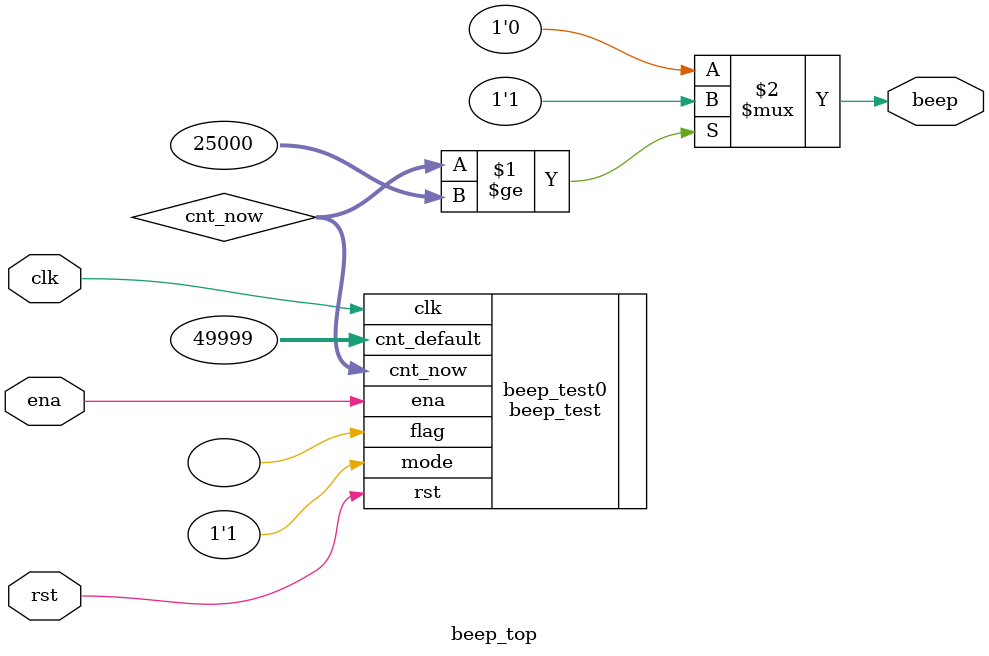
<source format=v>
module beep_top(
	clk,
	rst,
	ena,
	beep
);
	input clk, rst, ena;
	output beep;
	wire [31:0] cnt_now;
	beep_test beep_test0(
		.clk(clk),
		.rst(rst),
		.cnt_default(32'd49999),
		.mode(1'b1),
		.ena(ena),
		.cnt_now(cnt_now),
		.flag()
	);
	assign beep = (cnt_now >= 25000)? 1'b1 : 1'b0;
	
endmodule
</source>
